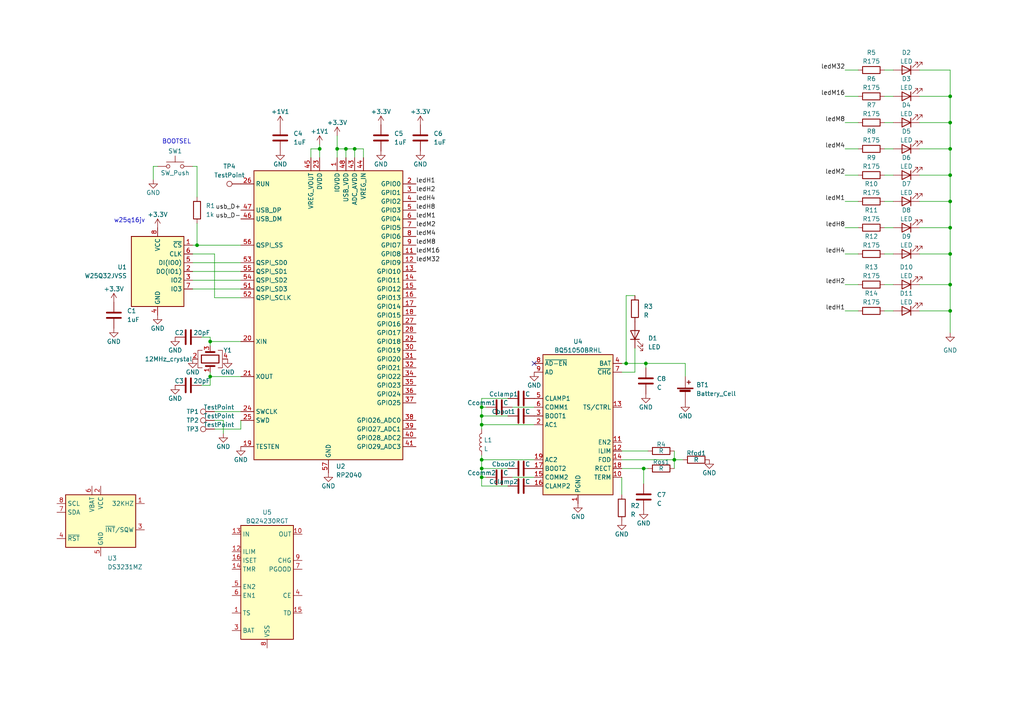
<source format=kicad_sch>
(kicad_sch (version 20230121) (generator eeschema)
  (paper "A4")
  (lib_symbols
    (symbol "Battery_Management:BQ51050BRHL"
      (property "Reference" "U" (at -8.89 21.59 0))
      (property "Value" "BQ51050BRHL" (at 7.62 21.59 0))
      (symbol "BQ51050BRHL_0_1"
        (rectangle (start -10.16 -20.32) (end 10.16 20.32) (stroke (width 0.254)) (fill (type background)))
      )
      (symbol "BQ51050BRHL_1_1"
        (pin power_in line (at 0 -22.86 90) (length 2.54) (name "PGND") (number "1"))
        (pin input line (at 12.7 -15.24 180) (length 2.54) (name "TERM") (number "10"))
        (pin input line (at 12.7 -5.08 180) (length 2.54) (name "EN2") (number "11"))
        (pin passive line (at 12.7 -7.62 180) (length 2.54) (name "ILIM") (number "12"))
        (pin input line (at 12.7 5.08 180) (length 2.54) (name "TS/CTRL") (number "13"))
        (pin input line (at 12.7 -10.16 180) (length 2.54) (name "FOD") (number "14"))
        (pin open_collector line (at -12.7 -15.24 0) (length 2.54) (name "COMM2") (number "15"))
        (pin open_collector line (at -12.7 -17.78 0) (length 2.54) (name "CLAMP2") (number "16"))
        (pin passive line (at -12.7 -12.7 0) (length 2.54) (name "BOOT2") (number "17"))
        (pin passive line (at 12.7 -12.7 180) (length 2.54) (name "RECT") (number "18"))
        (pin input line (at -12.7 -10.16 0) (length 2.54) (name "AC2") (number "19"))
        (pin input line (at -12.7 0 0) (length 2.54) (name "AC1") (number "2"))
        (pin passive line (at 0 -22.86 90) (length 2.54) hide (name "PGND") (number "20"))
        (pin passive line (at 0 -22.86 90) (length 2.54) hide (name "PGND") (number "21"))
        (pin passive line (at -12.7 2.54 0) (length 2.54) (name "BOOT1") (number "3"))
        (pin power_out line (at 12.7 17.78 180) (length 2.54) (name "BAT") (number "4"))
        (pin open_collector line (at -12.7 7.62 0) (length 2.54) (name "CLAMP1") (number "5"))
        (pin open_collector line (at -12.7 5.08 0) (length 2.54) (name "COMM1") (number "6"))
        (pin open_collector line (at 12.7 15.24 180) (length 2.54) (name "~{CHG}") (number "7"))
        (pin output line (at -12.7 17.78 0) (length 2.54) (name "~{AD-EN}") (number "8"))
        (pin input line (at -12.7 15.24 0) (length 2.54) (name "AD") (number "9"))
      )
    )
    (symbol "Connector:TestPoint" (pin_numbers hide) (pin_names (offset 0.762) hide)
      (property "Reference" "TP" (at 0 6.858 0))
      (property "Value" "TestPoint" (at 0 5.08 0))
      (symbol "TestPoint_0_1"
        (circle (center 0 3.302) (radius 0.762))
      )
      (symbol "TestPoint_1_1"
        (pin passive line (at 0 0 90) (length 2.54) (name "1") (number "1"))
      )
    )
    (symbol "Device:Battery_Cell" (pin_numbers hide) (pin_names (offset 0) hide)
      (property "Reference" "BT" (at 2.54 2.54 0))
      (property "Value" "Battery_Cell" (at 2.54 0 0))
      (symbol "Battery_Cell_0_1"
        (rectangle (start -2.286 1.778) (end 2.286 1.524) (fill (type outline)))
        (rectangle (start -1.5748 1.1938) (end 1.4732 0.6858) (fill (type outline)))
        (polyline (pts (xy 0 0.762) (xy 0 0)))
        (polyline (pts (xy 0 1.778) (xy 0 2.54)))
        (polyline (pts (xy 0.508 3.429) (xy 1.524 3.429)) (stroke (width 0.254)))
        (polyline (pts (xy 1.016 3.937) (xy 1.016 2.921)) (stroke (width 0.254)))
      )
      (symbol "Battery_Cell_1_1"
        (pin passive line (at 0 5.08 270) (length 2.54) (name "+") (number "1"))
        (pin passive line (at 0 -2.54 90) (length 2.54) (name "-") (number "2"))
      )
    )
    (symbol "Device:C" (pin_numbers hide) (pin_names (offset 0.254))
      (property "Reference" "C" (at 0.635 2.54 0))
      (property "Value" "C" (at 0.635 -2.54 0))
      (symbol "C_0_1"
        (polyline (pts (xy -2.032 -0.762) (xy 2.032 -0.762)) (stroke (width 0.508)))
        (polyline (pts (xy -2.032 0.762) (xy 2.032 0.762)) (stroke (width 0.508)))
      )
      (symbol "C_1_1"
        (pin passive line (at 0 3.81 270) (length 2.794) (name "~") (number "1"))
        (pin passive line (at 0 -3.81 90) (length 2.794) (name "~") (number "2"))
      )
    )
    (symbol "Device:Crystal_GND24" (pin_names (offset 1.016) hide)
      (property "Reference" "Y" (at 3.175 5.08 0))
      (property "Value" "Crystal_GND24" (at 3.175 3.175 0))
      (symbol "Crystal_GND24_0_1"
        (rectangle (start -1.143 2.54) (end 1.143 -2.54) (stroke (width 0.3048)))
        (polyline (pts (xy -2.54 0) (xy -2.032 0)))
        (polyline (pts (xy -2.032 -1.27) (xy -2.032 1.27)) (stroke (width 0.508)))
        (polyline (pts (xy 0 -3.81) (xy 0 -3.556)))
        (polyline (pts (xy 0 3.556) (xy 0 3.81)))
        (polyline (pts (xy 2.032 -1.27) (xy 2.032 1.27)) (stroke (width 0.508)))
        (polyline (pts (xy 2.032 0) (xy 2.54 0)))
        (polyline (pts (xy -2.54 -2.286) (xy -2.54 -3.556) (xy 2.54 -3.556) (xy 2.54 -2.286)))
        (polyline (pts (xy -2.54 2.286) (xy -2.54 3.556) (xy 2.54 3.556) (xy 2.54 2.286)))
      )
      (symbol "Crystal_GND24_1_1"
        (pin passive line (at -3.81 0 0) (length 1.27) (name "1") (number "1"))
        (pin passive line (at 0 5.08 270) (length 1.27) (name "2") (number "2"))
        (pin passive line (at 3.81 0 180) (length 1.27) (name "3") (number "3"))
        (pin passive line (at 0 -5.08 90) (length 1.27) (name "4") (number "4"))
      )
    )
    (symbol "Device:L" (pin_numbers hide) (pin_names (offset 1.016) hide)
      (property "Reference" "L" (at -1.27 0 90))
      (property "Value" "L" (at 1.905 0 90))
      (symbol "L_0_1"
        (arc (start 0 -2.54) (mid 0.6323 -1.905) (end 0 -1.27))
        (arc (start 0 -1.27) (mid 0.6323 -0.635) (end 0 0))
        (arc (start 0 0) (mid 0.6323 0.635) (end 0 1.27))
        (arc (start 0 1.27) (mid 0.6323 1.905) (end 0 2.54))
      )
      (symbol "L_1_1"
        (pin passive line (at 0 3.81 270) (length 1.27) (name "1") (number "1"))
        (pin passive line (at 0 -3.81 90) (length 1.27) (name "2") (number "2"))
      )
    )
    (symbol "Device:LED" (pin_numbers hide) (pin_names (offset 1.016) hide)
      (property "Reference" "D" (at 0 2.54 0))
      (property "Value" "LED" (at 0 -2.54 0))
      (symbol "LED_0_1"
        (polyline (pts (xy -1.27 -1.27) (xy -1.27 1.27)) (stroke (width 0.254)))
        (polyline (pts (xy -1.27 0) (xy 1.27 0)))
        (polyline (pts (xy 1.27 -1.27) (xy 1.27 1.27) (xy -1.27 0) (xy 1.27 -1.27)) (stroke (width 0.254)))
        (polyline (pts (xy -3.048 -0.762) (xy -4.572 -2.286) (xy -3.81 -2.286) (xy -4.572 -2.286) (xy -4.572 -1.524)))
        (polyline (pts (xy -1.778 -0.762) (xy -3.302 -2.286) (xy -2.54 -2.286) (xy -3.302 -2.286) (xy -3.302 -1.524)))
      )
      (symbol "LED_1_1"
        (pin passive line (at -3.81 0 0) (length 2.54) (name "K") (number "1"))
        (pin passive line (at 3.81 0 180) (length 2.54) (name "A") (number "2"))
      )
    )
    (symbol "Device:R" (pin_numbers hide) (pin_names (offset 0))
      (property "Reference" "R" (at 2.032 0 90))
      (property "Value" "R" (at 0 0 90))
      (symbol "R_0_1"
        (rectangle (start -1.016 -2.54) (end 1.016 2.54) (stroke (width 0.254)))
      )
      (symbol "R_1_1"
        (pin passive line (at 0 3.81 270) (length 1.27) (name "~") (number "1"))
        (pin passive line (at 0 -3.81 90) (length 1.27) (name "~") (number "2"))
      )
    )
    (symbol "MCU_RaspberryPi:RP2040"
      (property "Reference" "U" (at 17.78 45.72 0))
      (property "Value" "RP2040" (at 17.78 43.18 0))
      (symbol "RP2040_0_1"
        (rectangle (start -21.59 41.91) (end 21.59 -41.91) (stroke (width 0.254)) (fill (type background)))
      )
      (symbol "RP2040_1_1"
        (pin power_in line (at 2.54 45.72 270) (length 3.81) (name "IOVDD") (number "1"))
        (pin passive line (at 2.54 45.72 270) (length 3.81) hide (name "IOVDD") (number "10"))
        (pin bidirectional line (at 25.4 17.78 180) (length 3.81) (name "GPIO8") (number "11"))
        (pin bidirectional line (at 25.4 15.24 180) (length 3.81) (name "GPIO9") (number "12"))
        (pin bidirectional line (at 25.4 12.7 180) (length 3.81) (name "GPIO10") (number "13"))
        (pin bidirectional line (at 25.4 10.16 180) (length 3.81) (name "GPIO11") (number "14"))
        (pin bidirectional line (at 25.4 7.62 180) (length 3.81) (name "GPIO12") (number "15"))
        (pin bidirectional line (at 25.4 5.08 180) (length 3.81) (name "GPIO13") (number "16"))
        (pin bidirectional line (at 25.4 2.54 180) (length 3.81) (name "GPIO14") (number "17"))
        (pin bidirectional line (at 25.4 0 180) (length 3.81) (name "GPIO15") (number "18"))
        (pin input line (at -25.4 -38.1 0) (length 3.81) (name "TESTEN") (number "19"))
        (pin bidirectional line (at 25.4 38.1 180) (length 3.81) (name "GPIO0") (number "2"))
        (pin input line (at -25.4 -7.62 0) (length 3.81) (name "XIN") (number "20"))
        (pin passive line (at -25.4 -17.78 0) (length 3.81) (name "XOUT") (number "21"))
        (pin passive line (at 2.54 45.72 270) (length 3.81) hide (name "IOVDD") (number "22"))
        (pin power_in line (at -2.54 45.72 270) (length 3.81) (name "DVDD") (number "23"))
        (pin input line (at -25.4 -27.94 0) (length 3.81) (name "SWCLK") (number "24"))
        (pin bidirectional line (at -25.4 -30.48 0) (length 3.81) (name "SWD") (number "25"))
        (pin input line (at -25.4 38.1 0) (length 3.81) (name "RUN") (number "26"))
        (pin bidirectional line (at 25.4 -2.54 180) (length 3.81) (name "GPIO16") (number "27"))
        (pin bidirectional line (at 25.4 -5.08 180) (length 3.81) (name "GPIO17") (number "28"))
        (pin bidirectional line (at 25.4 -7.62 180) (length 3.81) (name "GPIO18") (number "29"))
        (pin bidirectional line (at 25.4 35.56 180) (length 3.81) (name "GPIO1") (number "3"))
        (pin bidirectional line (at 25.4 -10.16 180) (length 3.81) (name "GPIO19") (number "30"))
        (pin bidirectional line (at 25.4 -12.7 180) (length 3.81) (name "GPIO20") (number "31"))
        (pin bidirectional line (at 25.4 -15.24 180) (length 3.81) (name "GPIO21") (number "32"))
        (pin passive line (at 2.54 45.72 270) (length 3.81) hide (name "IOVDD") (number "33"))
        (pin bidirectional line (at 25.4 -17.78 180) (length 3.81) (name "GPIO22") (number "34"))
        (pin bidirectional line (at 25.4 -20.32 180) (length 3.81) (name "GPIO23") (number "35"))
        (pin bidirectional line (at 25.4 -22.86 180) (length 3.81) (name "GPIO24") (number "36"))
        (pin bidirectional line (at 25.4 -25.4 180) (length 3.81) (name "GPIO25") (number "37"))
        (pin bidirectional line (at 25.4 -30.48 180) (length 3.81) (name "GPIO26_ADC0") (number "38"))
        (pin bidirectional line (at 25.4 -33.02 180) (length 3.81) (name "GPIO27_ADC1") (number "39"))
        (pin bidirectional line (at 25.4 33.02 180) (length 3.81) (name "GPIO2") (number "4"))
        (pin bidirectional line (at 25.4 -35.56 180) (length 3.81) (name "GPIO28_ADC2") (number "40"))
        (pin bidirectional line (at 25.4 -38.1 180) (length 3.81) (name "GPIO29_ADC3") (number "41"))
        (pin passive line (at 2.54 45.72 270) (length 3.81) hide (name "IOVDD") (number "42"))
        (pin power_in line (at 7.62 45.72 270) (length 3.81) (name "ADC_AVDD") (number "43"))
        (pin power_in line (at 10.16 45.72 270) (length 3.81) (name "VREG_IN") (number "44"))
        (pin power_out line (at -5.08 45.72 270) (length 3.81) (name "VREG_VOUT") (number "45"))
        (pin bidirectional line (at -25.4 27.94 0) (length 3.81) (name "USB_DM") (number "46"))
        (pin bidirectional line (at -25.4 30.48 0) (length 3.81) (name "USB_DP") (number "47"))
        (pin power_in line (at 5.08 45.72 270) (length 3.81) (name "USB_VDD") (number "48"))
        (pin passive line (at 2.54 45.72 270) (length 3.81) hide (name "IOVDD") (number "49"))
        (pin bidirectional line (at 25.4 30.48 180) (length 3.81) (name "GPIO3") (number "5"))
        (pin passive line (at -2.54 45.72 270) (length 3.81) hide (name "DVDD") (number "50"))
        (pin bidirectional line (at -25.4 7.62 0) (length 3.81) (name "QSPI_SD3") (number "51"))
        (pin output line (at -25.4 5.08 0) (length 3.81) (name "QSPI_SCLK") (number "52"))
        (pin bidirectional line (at -25.4 15.24 0) (length 3.81) (name "QSPI_SD0") (number "53"))
        (pin bidirectional line (at -25.4 10.16 0) (length 3.81) (name "QSPI_SD2") (number "54"))
        (pin bidirectional line (at -25.4 12.7 0) (length 3.81) (name "QSPI_SD1") (number "55"))
        (pin bidirectional line (at -25.4 20.32 0) (length 3.81) (name "QSPI_SS") (number "56"))
        (pin power_in line (at 0 -45.72 90) (length 3.81) (name "GND") (number "57"))
        (pin bidirectional line (at 25.4 27.94 180) (length 3.81) (name "GPIO4") (number "6"))
        (pin bidirectional line (at 25.4 25.4 180) (length 3.81) (name "GPIO5") (number "7"))
        (pin bidirectional line (at 25.4 22.86 180) (length 3.81) (name "GPIO6") (number "8"))
        (pin bidirectional line (at 25.4 20.32 180) (length 3.81) (name "GPIO7") (number "9"))
      )
    )
    (symbol "Memory_Flash:W25Q32JVSS"
      (property "Reference" "U" (at -6.35 11.43 0))
      (property "Value" "W25Q32JVSS" (at 7.62 11.43 0))
      (symbol "W25Q32JVSS_0_1"
        (rectangle (start -7.62 10.16) (end 7.62 -10.16) (stroke (width 0.254)) (fill (type background)))
      )
      (symbol "W25Q32JVSS_1_1"
        (pin input line (at -10.16 7.62 0) (length 2.54) (name "~{CS}") (number "1"))
        (pin bidirectional line (at -10.16 0 0) (length 2.54) (name "DO(IO1)") (number "2"))
        (pin bidirectional line (at -10.16 -2.54 0) (length 2.54) (name "IO2") (number "3"))
        (pin power_in line (at 0 -12.7 90) (length 2.54) (name "GND") (number "4"))
        (pin bidirectional line (at -10.16 2.54 0) (length 2.54) (name "DI(IO0)") (number "5"))
        (pin input line (at -10.16 5.08 0) (length 2.54) (name "CLK") (number "6"))
        (pin bidirectional line (at -10.16 -5.08 0) (length 2.54) (name "IO3") (number "7"))
        (pin power_in line (at 0 12.7 270) (length 2.54) (name "VCC") (number "8"))
      )
    )
    (symbol "Power_Management:BQ24230RGT"
      (property "Reference" "U" (at -8.89 19.05 0))
      (property "Value" "BQ24230RGT" (at 5.08 19.05 0))
      (symbol "BQ24230RGT_0_1"
        (rectangle (start -7.62 17.78) (end 7.62 -15.24) (stroke (width 0.254)) (fill (type background)))
      )
      (symbol "BQ24230RGT_1_1"
        (pin passive line (at -10.16 -7.62 0) (length 2.54) (name "TS") (number "1"))
        (pin power_out line (at 10.16 15.24 180) (length 2.54) (name "OUT") (number "10"))
        (pin passive line (at 10.16 15.24 180) (length 2.54) hide (name "OUT") (number "11"))
        (pin passive line (at -10.16 10.16 0) (length 2.54) (name "ILIM") (number "12"))
        (pin power_in line (at -10.16 15.24 0) (length 2.54) (name "IN") (number "13"))
        (pin passive line (at -10.16 5.08 0) (length 2.54) (name "TMR") (number "14"))
        (pin input line (at 10.16 -7.62 180) (length 2.54) (name "TD") (number "15"))
        (pin passive line (at -10.16 7.62 0) (length 2.54) (name "ISET") (number "16"))
        (pin passive line (at 0 -17.78 90) (length 2.54) hide (name "VSS") (number "17"))
        (pin bidirectional line (at -10.16 -12.7 0) (length 2.54) hide (name "BAT") (number "2"))
        (pin bidirectional line (at -10.16 -12.7 0) (length 2.54) (name "BAT") (number "3"))
        (pin input line (at 10.16 -2.54 180) (length 2.54) (name "CE") (number "4"))
        (pin input line (at -10.16 0 0) (length 2.54) (name "EN2") (number "5"))
        (pin input line (at -10.16 -2.54 0) (length 2.54) (name "EN1") (number "6"))
        (pin open_collector line (at 10.16 5.08 180) (length 2.54) (name "PGOOD") (number "7"))
        (pin power_in line (at 0 -17.78 90) (length 2.54) (name "VSS") (number "8"))
        (pin open_collector line (at 10.16 7.62 180) (length 2.54) (name "CHG") (number "9"))
      )
    )
    (symbol "Switch:SW_Push" (pin_numbers hide) (pin_names (offset 1.016) hide)
      (property "Reference" "SW" (at 1.27 2.54 0))
      (property "Value" "SW_Push" (at 0 -1.524 0))
      (symbol "SW_Push_0_1"
        (circle (center -2.032 0) (radius 0.508))
        (polyline (pts (xy 0 1.27) (xy 0 3.048)))
        (polyline (pts (xy 2.54 1.27) (xy -2.54 1.27)))
        (circle (center 2.032 0) (radius 0.508))
        (pin passive line (at -5.08 0 0) (length 2.54) (name "1") (number "1"))
        (pin passive line (at 5.08 0 180) (length 2.54) (name "2") (number "2"))
      )
    )
    (symbol "Timer_RTC:DS3231MZ"
      (property "Reference" "U" (at -7.62 8.89 0))
      (property "Value" "DS3231MZ" (at 11.43 8.89 0))
      (symbol "DS3231MZ_0_1"
        (rectangle (start -10.16 7.62) (end 10.16 -7.62) (stroke (width 0.254)) (fill (type background)))
      )
      (symbol "DS3231MZ_1_1"
        (pin open_collector line (at 12.7 5.08 180) (length 2.54) (name "32KHZ") (number "1"))
        (pin power_in line (at 0 10.16 270) (length 2.54) (name "VCC") (number "2"))
        (pin open_collector line (at 12.7 -2.54 180) (length 2.54) (name "~{INT}/SQW") (number "3"))
        (pin bidirectional line (at -12.7 -5.08 0) (length 2.54) (name "~{RST}") (number "4"))
        (pin power_in line (at 0 -10.16 90) (length 2.54) (name "GND") (number "5"))
        (pin power_in line (at -2.54 10.16 270) (length 2.54) (name "VBAT") (number "6"))
        (pin bidirectional line (at -12.7 2.54 0) (length 2.54) (name "SDA") (number "7"))
        (pin input line (at -12.7 5.08 0) (length 2.54) (name "SCL") (number "8"))
      )
    )
    (symbol "power:+1V1" (power) (pin_names (offset 0))
      (property "Value" "+1V1" (at 0 3.556 0))
      (symbol "+1V1_0_1"
        (polyline (pts (xy -0.762 1.27) (xy 0 2.54)))
        (polyline (pts (xy 0 0) (xy 0 2.54)))
        (polyline (pts (xy 0 2.54) (xy 0.762 1.27)))
      )
      (symbol "+1V1_1_1"
        (pin power_in line (at 0 0 90) (length 0) hide (name "+1V1") (number "1"))
      )
    )
    (symbol "power:+3.3V" (power) (pin_names (offset 0))
      (property "Value" "+3.3V" (at 0 3.556 0))
      (symbol "+3.3V_0_1"
        (polyline (pts (xy -0.762 1.27) (xy 0 2.54)))
        (polyline (pts (xy 0 0) (xy 0 2.54)))
        (polyline (pts (xy 0 2.54) (xy 0.762 1.27)))
      )
      (symbol "+3.3V_1_1"
        (pin power_in line (at 0 0 90) (length 0) hide (name "+3.3V") (number "1"))
      )
    )
    (symbol "power:GND" (power) (pin_names (offset 0))
      (property "Value" "GND" (at 0 -3.81 0))
      (symbol "GND_0_1"
        (polyline (pts (xy 0 0) (xy 0 -1.27) (xy 1.27 -1.27) (xy 0 -2.54) (xy -1.27 -1.27) (xy 0 -1.27)))
      )
      (symbol "GND_1_1"
        (pin power_in line (at 0 0 270) (length 0) hide (name "GND") (number "1"))
      )
    )
  )
  (junction (at 275.59 58.42))
  (junction (at 97.79 43.18))
  (junction (at 275.59 50.8))
  (junction (at 139.7 118.11))
  (junction (at 139.7 135.89))
  (junction (at 60.96 99.06))
  (junction (at 139.7 123.19))
  (junction (at 60.96 109.22))
  (junction (at 102.87 43.18))
  (junction (at 139.7 120.65))
  (junction (at 187.325 105.41))
  (junction (at 139.7 138.43))
  (junction (at 275.59 82.55))
  (junction (at 275.59 35.56))
  (junction (at 275.59 90.17))
  (junction (at 275.59 73.66))
  (junction (at 275.59 27.94))
  (junction (at 195.58 133.35))
  (junction (at 186.69 135.89))
  (junction (at 92.71 43.18))
  (junction (at 57.15 71.12))
  (junction (at 275.59 66.04))
  (junction (at 275.59 43.18))
  (junction (at 181.61 105.41))
  (junction (at 100.33 43.18))
  (junction (at 139.7 133.35))
  (no_connect (at 154.94 105.41))
  (wire (pts (xy 139.7 115.57) (xy 139.7 118.11)))
  (wire (pts (xy 60.96 111.76) (xy 60.96 109.22)))
  (wire (pts (xy 57.15 71.12) (xy 69.85 71.12)))
  (wire (pts (xy 245.11 20.32) (xy 248.92 20.32)))
  (wire (pts (xy 55.88 73.66) (xy 62.23 73.66)))
  (wire (pts (xy 180.34 138.43) (xy 180.34 143.51)))
  (wire (pts (xy 266.7 66.04) (xy 275.59 66.04)))
  (wire (pts (xy 148.59 138.43) (xy 154.94 138.43)))
  (wire (pts (xy 256.54 43.18) (xy 259.08 43.18)))
  (wire (pts (xy 44.45 48.26) (xy 44.45 52.07)))
  (wire (pts (xy 275.59 35.56) (xy 275.59 43.18)))
  (wire (pts (xy 69.85 121.92) (xy 69.85 124.46)))
  (wire (pts (xy 55.88 71.12) (xy 57.15 71.12)))
  (wire (pts (xy 45.72 48.26) (xy 44.45 48.26)))
  (wire (pts (xy 245.11 90.17) (xy 248.92 90.17)))
  (wire (pts (xy 180.34 135.89) (xy 186.69 135.89)))
  (wire (pts (xy 97.79 39.37) (xy 97.79 43.18)))
  (wire (pts (xy 62.23 119.38) (xy 69.85 119.38)))
  (wire (pts (xy 57.15 48.26) (xy 57.15 57.15)))
  (wire (pts (xy 275.59 66.04) (xy 275.59 73.66)))
  (wire (pts (xy 60.96 109.22) (xy 60.96 107.95)))
  (wire (pts (xy 139.7 135.89) (xy 139.7 133.35)))
  (wire (pts (xy 102.87 43.18) (xy 102.87 45.72)))
  (wire (pts (xy 97.79 43.18) (xy 97.79 45.72)))
  (wire (pts (xy 275.59 90.17) (xy 275.59 96.52)))
  (wire (pts (xy 181.61 85.725) (xy 181.61 105.41)))
  (wire (pts (xy 90.17 43.18) (xy 92.71 43.18)))
  (wire (pts (xy 245.11 50.8) (xy 248.92 50.8)))
  (wire (pts (xy 55.88 76.2) (xy 69.85 76.2)))
  (wire (pts (xy 62.23 124.46) (xy 69.85 124.46)))
  (wire (pts (xy 256.54 58.42) (xy 259.08 58.42)))
  (wire (pts (xy 147.32 120.65) (xy 139.7 120.65)))
  (wire (pts (xy 184.15 85.725) (xy 181.61 85.725)))
  (wire (pts (xy 266.7 50.8) (xy 275.59 50.8)))
  (wire (pts (xy 245.11 27.94) (xy 248.92 27.94)))
  (wire (pts (xy 105.41 45.72) (xy 105.41 43.18)))
  (wire (pts (xy 139.7 135.89) (xy 147.32 135.89)))
  (wire (pts (xy 100.33 45.72) (xy 100.33 43.18)))
  (wire (pts (xy 100.33 43.18) (xy 97.79 43.18)))
  (wire (pts (xy 256.54 73.66) (xy 259.08 73.66)))
  (wire (pts (xy 275.59 50.8) (xy 275.59 58.42)))
  (wire (pts (xy 139.7 123.19) (xy 154.94 123.19)))
  (wire (pts (xy 139.7 124.46) (xy 139.7 123.19)))
  (wire (pts (xy 266.7 73.66) (xy 275.59 73.66)))
  (wire (pts (xy 139.7 138.43) (xy 139.7 135.89)))
  (wire (pts (xy 195.58 133.35) (xy 195.58 130.81)))
  (wire (pts (xy 55.88 78.74) (xy 69.85 78.74)))
  (wire (pts (xy 275.59 27.94) (xy 275.59 35.56)))
  (wire (pts (xy 105.41 43.18) (xy 102.87 43.18)))
  (wire (pts (xy 64.77 121.92) (xy 64.77 125.73)))
  (wire (pts (xy 245.11 43.18) (xy 248.92 43.18)))
  (wire (pts (xy 69.85 86.36) (xy 62.23 86.36)))
  (wire (pts (xy 266.7 20.32) (xy 275.59 20.32)))
  (wire (pts (xy 55.88 83.82) (xy 69.85 83.82)))
  (wire (pts (xy 256.54 50.8) (xy 259.08 50.8)))
  (wire (pts (xy 60.96 97.79) (xy 60.96 99.06)))
  (wire (pts (xy 55.88 48.26) (xy 57.15 48.26)))
  (wire (pts (xy 147.32 140.97) (xy 139.7 140.97)))
  (wire (pts (xy 245.11 82.55) (xy 248.92 82.55)))
  (wire (pts (xy 275.59 43.18) (xy 275.59 50.8)))
  (wire (pts (xy 180.34 130.81) (xy 187.96 130.81)))
  (wire (pts (xy 256.54 35.56) (xy 259.08 35.56)))
  (wire (pts (xy 245.11 35.56) (xy 248.92 35.56)))
  (wire (pts (xy 139.7 133.35) (xy 154.94 133.35)))
  (wire (pts (xy 187.325 105.41) (xy 198.755 105.41)))
  (wire (pts (xy 139.7 140.97) (xy 139.7 138.43)))
  (wire (pts (xy 198.12 133.35) (xy 195.58 133.35)))
  (wire (pts (xy 186.69 135.89) (xy 187.96 135.89)))
  (wire (pts (xy 256.54 66.04) (xy 259.08 66.04)))
  (wire (pts (xy 58.42 97.79) (xy 60.96 97.79)))
  (wire (pts (xy 186.69 135.89) (xy 186.69 140.335)))
  (wire (pts (xy 266.7 27.94) (xy 275.59 27.94)))
  (wire (pts (xy 147.32 115.57) (xy 139.7 115.57)))
  (wire (pts (xy 266.7 82.55) (xy 275.59 82.55)))
  (wire (pts (xy 275.59 73.66) (xy 275.59 82.55)))
  (wire (pts (xy 245.11 66.04) (xy 248.92 66.04)))
  (wire (pts (xy 275.59 82.55) (xy 275.59 90.17)))
  (wire (pts (xy 140.97 138.43) (xy 139.7 138.43)))
  (wire (pts (xy 181.61 105.41) (xy 187.325 105.41)))
  (wire (pts (xy 139.7 118.11) (xy 140.97 118.11)))
  (wire (pts (xy 184.15 107.95) (xy 184.15 100.965)))
  (wire (pts (xy 180.34 105.41) (xy 181.61 105.41)))
  (wire (pts (xy 139.7 118.11) (xy 139.7 120.65)))
  (wire (pts (xy 275.59 20.32) (xy 275.59 27.94)))
  (wire (pts (xy 266.7 43.18) (xy 275.59 43.18)))
  (wire (pts (xy 62.23 86.36) (xy 62.23 73.66)))
  (wire (pts (xy 92.71 43.18) (xy 92.71 45.72)))
  (wire (pts (xy 256.54 82.55) (xy 259.08 82.55)))
  (wire (pts (xy 90.17 45.72) (xy 90.17 43.18)))
  (wire (pts (xy 180.34 133.35) (xy 195.58 133.35)))
  (wire (pts (xy 256.54 20.32) (xy 259.08 20.32)))
  (wire (pts (xy 57.15 64.77) (xy 57.15 71.12)))
  (wire (pts (xy 139.7 132.08) (xy 139.7 133.35)))
  (wire (pts (xy 69.85 109.22) (xy 60.96 109.22)))
  (wire (pts (xy 256.54 27.94) (xy 259.08 27.94)))
  (wire (pts (xy 245.11 73.66) (xy 248.92 73.66)))
  (wire (pts (xy 92.71 41.91) (xy 92.71 43.18)))
  (wire (pts (xy 60.96 99.06) (xy 60.96 100.33)))
  (wire (pts (xy 102.87 43.18) (xy 100.33 43.18)))
  (wire (pts (xy 266.7 35.56) (xy 275.59 35.56)))
  (wire (pts (xy 58.42 111.76) (xy 60.96 111.76)))
  (wire (pts (xy 198.755 105.41) (xy 198.755 109.22)))
  (wire (pts (xy 55.88 81.28) (xy 69.85 81.28)))
  (wire (pts (xy 195.58 133.35) (xy 195.58 135.89)))
  (wire (pts (xy 69.85 99.06) (xy 60.96 99.06)))
  (wire (pts (xy 148.59 118.11) (xy 154.94 118.11)))
  (wire (pts (xy 256.54 90.17) (xy 259.08 90.17)))
  (wire (pts (xy 187.325 105.41) (xy 187.325 106.68)))
  (wire (pts (xy 266.7 90.17) (xy 275.59 90.17)))
  (wire (pts (xy 266.7 58.42) (xy 275.59 58.42)))
  (wire (pts (xy 245.11 58.42) (xy 248.92 58.42)))
  (wire (pts (xy 139.7 120.65) (xy 139.7 123.19)))
  (wire (pts (xy 62.23 121.92) (xy 64.77 121.92)))
  (wire (pts (xy 180.34 107.95) (xy 184.15 107.95)))
  (wire (pts (xy 275.59 58.42) (xy 275.59 66.04)))
  (text "BOOTSEL" (at 46.99 41.91 0) (effects (font (size 1.27 1.27)) (justify left bottom)))
  (text "w25q16jv" (at 33.02 64.77 0) (effects (font (size 1.27 1.27)) (justify left bottom)))
  (label "ledM32" (at 245.11 20.32 180))
  (label "ledM16" (at 120.65 73.66 0))
  (label "ledM2" (at 245.11 50.8 180))
  (label "ledM8" (at 120.65 71.12 0))
  (label "ledM16" (at 245.11 27.94 180))
  (label "ledH8" (at 120.65 60.96 0))
  (label "ledM1" (at 120.65 63.5 0))
  (label "ledH8" (at 245.11 66.04 180))
  (label "usb_D-" (at 69.85 63.5 180) (property "Netclass" "usb" (effects hide)))
  (label "ledM1" (at 245.11 58.42 180))
  (label "ledH4" (at 245.11 73.66 180))
  (label "ledM4" (at 245.11 43.18 180))
  (label "ledM32" (at 120.65 76.2 0))
  (label "ledM4" (at 120.65 68.58 0))
  (label "ledH2" (at 120.65 55.88 0))
  (label "ledM2" (at 120.65 66.04 0))
  (label "ledH4" (at 120.65 58.42 0))
  (label "usb_D+" (at 69.85 60.96 180) (property "Netclass" "usb" (effects hide)))
  (label "ledH1" (at 120.65 53.34 0))
  (label "ledM8" (at 245.11 35.56 180))
  (label "ledH1" (at 245.11 90.17 180))
  (label "ledH2" (at 245.11 82.55 180))
  (symbol (lib_id "Device:C") (at 54.61 97.79 90) (unit 1)
    (property "Reference" "C2" (at 53.34 96.52 90) (effects (justify left)))
    (property "Value" "20pF" (at 60.96 96.52 90) (effects (justify left)))
    (property "Footprint" "Capacitor_SMD:C_0805_2012Metric" (effects hide))
  )
  (symbol (lib_id "power:GND") (at 69.85 129.54 0) (unit 1)
    (property "Reference" "#PWR011" (effects hide))
    (property "Value" "GND" (at 69.85 133.35 0))
  )
  (symbol (lib_id "power:GND") (at 205.74 133.35 0) (unit 1)
    (property "Reference" "#PWR027" (effects hide))
    (property "Value" "GND" (at 205.74 137.16 0))
  )
  (symbol (lib_id "Device:R") (at 252.73 20.32 90) (unit 1)
    (property "Reference" "R5" (at 252.73 15.24 90))
    (property "Value" "R175" (at 252.73 17.78 90))
    (property "Footprint" "Resistor_SMD:R_0201_0603Metric" (effects hide))
  )
  (symbol (lib_id "Device:LED") (at 262.89 66.04 180) (unit 1)
    (property "Reference" "D8" (at 262.89 60.96 0))
    (property "Value" "LED" (at 262.89 63.5 0))
    (property "Footprint" "LED_SMD:LED_0805_2012Metric" (effects hide))
  )
  (symbol (lib_id "Device:C") (at 33.02 91.44 0) (unit 1)
    (property "Reference" "C1" (at 36.83 90.17 0) (effects (justify left)))
    (property "Value" "1uF" (at 36.83 92.71 0) (effects (justify left)))
    (property "Footprint" "Capacitor_SMD:C_0805_2012Metric" (effects hide))
  )
  (symbol (lib_id "Device:C") (at 186.69 144.145 0) (unit 1)
    (property "Reference" "C7" (at 190.5 143.51 0) (effects (justify left)))
    (property "Value" "C" (at 190.5 146.05 0) (effects (justify left)))
  )
  (symbol (lib_id "power:+3.3V") (at 110.49 36.195 0) (unit 1)
    (property "Reference" "#PWR017" (effects hide))
    (property "Value" "+3.3V" (at 110.49 32.385 0))
  )
  (symbol (lib_id "Device:R") (at 201.93 133.35 90) (unit 1)
    (property "Reference" "Rfod1" (at 201.93 131.445 90))
    (property "Value" "R" (at 201.93 133.35 90))
  )
  (symbol (lib_id "Device:LED") (at 262.89 43.18 180) (unit 1)
    (property "Reference" "D5" (at 262.89 38.1 0))
    (property "Value" "LED" (at 262.89 40.64 0))
    (property "Footprint" "LED_SMD:LED_0805_2012Metric" (effects hide))
  )
  (symbol (lib_id "power:GND") (at 275.59 96.52 0) (unit 1)
    (property "Reference" "#PWR028" (effects hide))
    (property "Value" "GND" (at 275.59 101.6 0))
  )
  (symbol (lib_id "Device:LED") (at 262.89 73.66 180) (unit 1)
    (property "Reference" "D9" (at 262.89 68.58 0))
    (property "Value" "LED" (at 262.89 71.12 0))
    (property "Footprint" "LED_SMD:LED_0805_2012Metric" (effects hide))
  )
  (symbol (lib_id "Device:LED") (at 262.89 50.8 180) (unit 1)
    (property "Reference" "D6" (at 262.89 45.72 0))
    (property "Value" "LED" (at 262.89 48.26 0))
    (property "Footprint" "LED_SMD:LED_0805_2012Metric" (effects hide))
  )
  (symbol (lib_id "Connector:TestPoint") (at 62.23 121.92 90) (unit 1)
    (property "Reference" "TP2" (at 55.88 121.92 90))
    (property "Value" "TestPoint" (at 63.5 120.65 90))
    (property "Footprint" "TestPoint:TestPoint_Pad_D1.0mm" (effects hide))
  )
  (symbol (lib_id "power:+1V1") (at 81.28 36.195 0) (unit 1)
    (property "Reference" "#PWR012" (effects hide))
    (property "Value" "+1V1" (at 81.28 32.385 0))
  )
  (symbol (lib_id "Device:R") (at 57.15 60.96 0) (unit 1)
    (property "Reference" "R1" (at 59.69 59.69 0) (effects (justify left)))
    (property "Value" "1k" (at 59.69 62.23 0) (effects (justify left)))
    (property "Footprint" "Resistor_SMD:R_0603_1608Metric" (effects hide))
  )
  (symbol (lib_id "power:GND") (at 95.25 137.16 0) (unit 1)
    (property "Reference" "#PWR015" (effects hide))
    (property "Value" "GND" (at 95.25 140.97 0))
  )
  (symbol (lib_id "Device:R") (at 252.73 27.94 90) (unit 1)
    (property "Reference" "R6" (at 252.73 22.86 90))
    (property "Value" "R175" (at 252.73 25.4 90))
    (property "Footprint" "Resistor_SMD:R_0201_0603Metric" (effects hide))
  )
  (symbol (lib_id "Device:LED") (at 262.89 20.32 180) (unit 1)
    (property "Reference" "D2" (at 262.89 15.24 0))
    (property "Value" "LED" (at 262.89 17.78 0))
    (property "Footprint" "LED_SMD:LED_0805_2012Metric" (effects hide))
  )
  (symbol (lib_id "Device:LED") (at 262.89 27.94 180) (unit 1)
    (property "Reference" "D3" (at 262.89 22.86 0))
    (property "Value" "LED" (at 262.89 25.4 0))
    (property "Footprint" "LED_SMD:LED_0805_2012Metric" (effects hide))
  )
  (symbol (lib_id "Device:R") (at 252.73 82.55 90) (unit 1)
    (property "Reference" "R13" (at 252.73 77.47 90))
    (property "Value" "R175" (at 252.73 80.01 90))
    (property "Footprint" "Resistor_SMD:R_0201_0603Metric" (effects hide))
  )
  (symbol (lib_id "Device:R") (at 252.73 43.18 90) (unit 1)
    (property "Reference" "R8" (at 252.73 38.1 90))
    (property "Value" "R175" (at 252.73 40.64 90))
    (property "Footprint" "Resistor_SMD:R_0201_0603Metric" (effects hide))
  )
  (symbol (lib_id "Device:C") (at 151.13 140.97 90) (unit 1)
    (property "Reference" "Cclamp2" (at 146.05 139.7 90))
    (property "Value" "C" (at 153.035 139.7 90))
  )
  (symbol (lib_id "power:GND") (at 186.69 147.955 0) (unit 1)
    (property "Reference" "#PWR024" (effects hide))
    (property "Value" "GND" (at 186.69 151.765 0))
  )
  (symbol (lib_id "Device:LED") (at 262.89 82.55 180) (unit 1)
    (property "Reference" "D10" (at 262.89 77.47 0))
    (property "Value" "LED" (at 262.89 80.01 0))
    (property "Footprint" "LED_SMD:LED_0805_2012Metric" (effects hide))
  )
  (symbol (lib_id "Device:C") (at 151.13 135.89 90) (unit 1)
    (property "Reference" "Cboot2" (at 146.05 134.62 90))
    (property "Value" "C" (at 153.035 134.62 90))
  )
  (symbol (lib_id "Device:LED") (at 262.89 58.42 180) (unit 1)
    (property "Reference" "D7" (at 262.89 53.34 0))
    (property "Value" "LED" (at 262.89 55.88 0))
    (property "Footprint" "LED_SMD:LED_0805_2012Metric" (effects hide))
  )
  (symbol (lib_id "power:+1V1") (at 92.71 41.91 0) (unit 1)
    (property "Reference" "#PWR014" (effects hide))
    (property "Value" "+1V1" (at 92.71 38.1 0))
  )
  (symbol (lib_id "power:GND") (at 50.8 111.76 0) (unit 1)
    (property "Reference" "#PWR07" (effects hide))
    (property "Value" "GND" (at 50.8 115.57 0))
  )
  (symbol (lib_id "power:GND") (at 50.8 97.79 0) (unit 1)
    (property "Reference" "#PWR06" (effects hide))
    (property "Value" "GND" (at 50.8 101.6 0))
  )
  (symbol (lib_id "power:+3.3V") (at 33.02 87.63 0) (unit 1)
    (property "Reference" "#PWR01" (effects hide))
    (property "Value" "+3.3V" (at 33.02 83.82 0))
  )
  (symbol (lib_id "Device:C") (at 144.78 118.11 90) (unit 1)
    (property "Reference" "Ccomm1" (at 139.7 116.84 90))
    (property "Value" "C" (at 146.685 116.84 90))
  )
  (symbol (lib_id "power:GND") (at 167.64 146.05 0) (unit 1)
    (property "Reference" "#PWR022" (effects hide))
    (property "Value" "GND" (at 167.64 149.86 0))
  )
  (symbol (lib_id "Device:R") (at 252.73 73.66 90) (unit 1)
    (property "Reference" "R12" (at 252.73 68.58 90))
    (property "Value" "R175" (at 252.73 71.12 90))
    (property "Footprint" "Resistor_SMD:R_0201_0603Metric" (effects hide))
  )
  (symbol (lib_id "Device:C") (at 81.28 40.005 0) (unit 1)
    (property "Reference" "C4" (at 85.09 38.735 0) (effects (justify left)))
    (property "Value" "1uF" (at 85.09 41.275 0) (effects (justify left)))
    (property "Footprint" "Capacitor_SMD:C_0805_2012Metric" (effects hide))
  )
  (symbol (lib_id "power:GND") (at 81.28 43.815 0) (unit 1)
    (property "Reference" "#PWR013" (effects hide))
    (property "Value" "GND" (at 81.28 47.625 0))
  )
  (symbol (lib_id "Device:R") (at 252.73 58.42 90) (unit 1)
    (property "Reference" "R10" (at 252.73 53.34 90))
    (property "Value" "R175" (at 252.73 55.88 90))
    (property "Footprint" "Resistor_SMD:R_0201_0603Metric" (effects hide))
  )
  (symbol (lib_id "Device:R") (at 252.73 90.17 90) (unit 1)
    (property "Reference" "R14" (at 252.73 85.09 90))
    (property "Value" "R175" (at 252.73 87.63 90))
    (property "Footprint" "Resistor_SMD:R_0201_0603Metric" (effects hide))
  )
  (symbol (lib_id "Device:L") (at 139.7 128.27 180) (unit 1)
    (property "Reference" "L1" (at 140.335 127.635 0) (effects (justify right)))
    (property "Value" "L" (at 140.335 130.175 0) (effects (justify right)))
  )
  (symbol (lib_id "power:GND") (at 33.02 95.25 0) (unit 1)
    (property "Reference" "#PWR02" (effects hide))
    (property "Value" "GND" (at 33.02 99.06 0))
  )
  (symbol (lib_id "Connector:TestPoint") (at 62.23 124.46 90) (unit 1)
    (property "Reference" "TP3" (at 55.88 124.46 90))
    (property "Value" "TestPoint" (at 63.5 123.19 90))
    (property "Footprint" "TestPoint:TestPoint_Pad_D1.0mm" (effects hide))
  )
  (symbol (lib_id "Device:R") (at 191.77 130.81 90) (unit 1)
    (property "Reference" "R4" (at 191.77 128.905 90))
    (property "Value" "R" (at 191.77 130.81 90))
  )
  (symbol (lib_id "power:+3.3V") (at 121.92 36.195 0) (unit 1)
    (property "Reference" "#PWR019" (effects hide))
    (property "Value" "+3.3V" (at 121.92 32.385 0))
  )
  (symbol (lib_id "Device:LED") (at 262.89 35.56 180) (unit 1)
    (property "Reference" "D4" (at 262.89 30.48 0))
    (property "Value" "LED" (at 262.89 33.02 0))
    (property "Footprint" "LED_SMD:LED_0805_2012Metric" (effects hide))
  )
  (symbol (lib_id "MCU_RaspberryPi:RP2040") (at 95.25 91.44 0) (unit 1)
    (property "Reference" "U2" (at 97.4441 135.255 0) (effects (justify left)))
    (property "Value" "RP2040" (at 97.4441 137.795 0) (effects (justify left)))
    (property "Footprint" "Package_DFN_QFN:QFN-56-1EP_7x7mm_P0.4mm_EP3.2x3.2mm" (effects hide))
    (property "Datasheet" "https://datasheets.raspberrypi.com/rp2040/rp2040-datasheet.pdf" (effects hide))
  )
  (symbol (lib_id "power:GND") (at 121.92 43.815 0) (unit 1)
    (property "Reference" "#PWR020" (effects hide))
    (property "Value" "GND" (at 121.92 47.625 0))
  )
  (symbol (lib_id "power:GND") (at 180.34 151.13 0) (unit 1)
    (property "Reference" "#PWR023" (effects hide))
    (property "Value" "GND" (at 180.34 154.94 0))
  )
  (symbol (lib_id "power:GND") (at 198.755 116.84 0) (unit 1)
    (property "Reference" "#PWR026" (effects hide))
    (property "Value" "GND" (at 198.755 120.65 0))
  )
  (symbol (lib_id "Device:LED") (at 262.89 90.17 180) (unit 1)
    (property "Reference" "D11" (at 262.89 85.09 0))
    (property "Value" "LED" (at 262.89 87.63 0))
    (property "Footprint" "LED_SMD:LED_0805_2012Metric" (effects hide))
  )
  (symbol (lib_id "Connector:TestPoint") (at 69.85 53.34 90) (unit 1)
    (property "Reference" "TP4" (at 66.548 48.26 90))
    (property "Value" "TestPoint" (at 66.548 50.8 90))
    (property "Footprint" "TestPoint:TestPoint_Pad_D1.0mm" (effects hide))
  )
  (symbol (lib_id "power:+3.3V") (at 97.79 39.37 0) (unit 1)
    (property "Reference" "#PWR016" (effects hide))
    (property "Value" "+3.3V" (at 97.79 35.56 0))
  )
  (symbol (lib_id "Device:C") (at 144.78 138.43 90) (unit 1)
    (property "Reference" "Ccomm2" (at 139.7 137.16 90))
    (property "Value" "C" (at 146.685 137.16 90))
  )
  (symbol (lib_id "Device:R") (at 252.73 66.04 90) (unit 1)
    (property "Reference" "R11" (at 252.73 60.96 90))
    (property "Value" "R175" (at 252.73 63.5 90))
    (property "Footprint" "Resistor_SMD:R_0201_0603Metric" (effects hide))
  )
  (symbol (lib_id "Connector:TestPoint") (at 62.23 119.38 90) (unit 1)
    (property "Reference" "TP1" (at 55.88 119.38 90))
    (property "Value" "TestPoint" (at 63.5 118.11 90))
    (property "Footprint" "TestPoint:TestPoint_Pad_D1.0mm" (effects hide))
  )
  (symbol (lib_id "power:GND") (at 64.77 125.73 0) (unit 1)
    (property "Reference" "#PWR09" (effects hide))
    (property "Value" "GND" (at 64.77 129.54 0))
  )
  (symbol (lib_id "Device:R") (at 252.73 35.56 90) (unit 1)
    (property "Reference" "R7" (at 252.73 30.48 90))
    (property "Value" "R175" (at 252.73 33.02 90))
    (property "Footprint" "Resistor_SMD:R_0201_0603Metric" (effects hide))
  )
  (symbol (lib_id "Device:R") (at 180.34 147.32 0) (unit 1)
    (property "Reference" "R2" (at 182.88 146.685 0) (effects (justify left)))
    (property "Value" "R" (at 182.88 149.225 0) (effects (justify left)))
  )
  (symbol (lib_id "Device:C") (at 187.325 110.49 0) (unit 1)
    (property "Reference" "C8" (at 190.5 109.855 0) (effects (justify left)))
    (property "Value" "C" (at 190.5 112.395 0) (effects (justify left)))
  )
  (symbol (lib_id "Battery_Management:BQ51050BRHL") (at 167.64 123.19 0) (unit 1)
    (property "Reference" "U4" (at 167.64 99.06 0))
    (property "Value" "BQ51050BRHL" (at 167.64 101.6 0))
    (property "Footprint" "Package_DFN_QFN:Texas_VQFN-RHL-20" (effects hide))
    (property "Datasheet" "http://www.ti.com/lit/ds/symlink/bq51050b.pdf" (effects hide))
  )
  (symbol (lib_id "Memory_Flash:W25Q32JVSS") (at 45.72 78.74 0) (mirror y) (unit 1)
    (property "Reference" "U1" (at 36.83 77.47 0) (effects (justify left)))
    (property "Value" "W25Q32JVSS" (at 36.83 80.01 0) (effects (justify left)))
    (property "Footprint" "Package_SO:SOIC-8_3.9x4.9mm_P1.27mm" (effects hide))
    (property "Datasheet" "http://www.winbond.com/resource-files/w25q32jv%20revg%2003272018%20plus.pdf" (effects hide))
    (property "jlc#" "C131025" (effects hide))
  )
  (symbol (lib_id "Device:Battery_Cell") (at 198.755 114.3 0) (unit 1)
    (property "Reference" "BT1" (at 201.93 111.633 0) (effects (justify left)))
    (property "Value" "Battery_Cell" (at 201.93 114.173 0) (effects (justify left)))
    (property "Footprint" "Battery:BatteryHolder_Multicomp_BC-2001_1x2032" (effects hide))
  )
  (symbol (lib_id "Switch:SW_Push") (at 50.8 48.26 0) (unit 1)
    (property "Reference" "SW1" (at 50.8 43.815 0))
    (property "Value" "SW_Push" (at 50.8 50.165 0))
    (property "Footprint" "Button_Switch_SMD:SW_SPST_EVQP7C" (effects hide))
  )
  (symbol (lib_id "Device:R") (at 184.15 89.535 0) (unit 1)
    (property "Reference" "R3" (at 186.69 88.9 0) (effects (justify left)))
    (property "Value" "R" (at 186.69 91.44 0) (effects (justify left)))
  )
  (symbol (lib_id "Device:C") (at 151.13 115.57 90) (unit 1)
    (property "Reference" "Cclamp1" (at 146.05 114.3 90))
    (property "Value" "C" (at 153.035 114.3 90))
  )
  (symbol (lib_id "Timer_RTC:DS3231MZ") (at 29.21 151.13 0) (unit 1)
    (property "Reference" "U3" (at 31.1659 161.925 0) (effects (justify left)))
    (property "Value" "DS3231MZ" (at 31.1659 164.465 0) (effects (justify left)))
    (property "Footprint" "Package_SO:SOIC-8_3.9x4.9mm_P1.27mm" (effects hide))
    (property "Datasheet" "http://datasheets.maximintegrated.com/en/ds/DS3231M.pdf" (effects hide))
  )
  (symbol (lib_id "Device:C") (at 151.13 120.65 90) (unit 1)
    (property "Reference" "Cboot1" (at 146.05 119.38 90))
    (property "Value" "C" (at 153.035 119.38 90))
  )
  (symbol (lib_id "Device:R") (at 191.77 135.89 90) (unit 1)
    (property "Reference" "Ros1" (at 191.77 133.985 90))
    (property "Value" "R" (at 191.77 135.89 90))
  )
  (symbol (lib_id "Device:R") (at 252.73 50.8 90) (unit 1)
    (property "Reference" "R9" (at 252.73 45.72 90))
    (property "Value" "R175" (at 252.73 48.26 90))
    (property "Footprint" "Resistor_SMD:R_0201_0603Metric" (effects hide))
  )
  (symbol (lib_id "Device:LED") (at 184.15 97.155 90) (unit 1)
    (property "Reference" "D1" (at 187.96 98.1075 90) (effects (justify right)))
    (property "Value" "LED" (at 187.96 100.6475 90) (effects (justify right)))
  )
  (symbol (lib_id "Device:C") (at 110.49 40.005 0) (unit 1)
    (property "Reference" "C5" (at 114.3 38.735 0) (effects (justify left)))
    (property "Value" "1uF" (at 114.3 41.275 0) (effects (justify left)))
    (property "Footprint" "Capacitor_SMD:C_0805_2012Metric" (effects hide))
  )
  (symbol (lib_id "Device:C") (at 54.61 111.76 90) (unit 1)
    (property "Reference" "C3" (at 53.34 110.49 90) (effects (justify left)))
    (property "Value" "20pF" (at 60.96 110.49 90) (effects (justify left)))
    (property "Footprint" "Capacitor_SMD:C_0805_2012Metric" (effects hide))
  )
  (symbol (lib_id "Power_Management:BQ24230RGT") (at 77.47 170.18 0) (unit 1)
    (property "Reference" "U5" (at 77.47 148.59 0))
    (property "Value" "BQ24230RGT" (at 77.47 151.13 0))
    (property "Footprint" "Package_DFN_QFN:VQFN-16-1EP_3x3mm_P0.5mm_EP1.68x1.68mm_ThermalVias" (effects hide))
    (property "Datasheet" "http://www.ti.com/cn/lit/ds/symlink/bq24230.pdf" (effects hide))
  )
  (symbol (lib_id "power:GND") (at 45.72 91.44 0) (unit 1)
    (property "Reference" "#PWR05" (effects hide))
    (property "Value" "GND" (at 45.72 95.25 0))
  )
  (symbol (lib_id "power:GND") (at 44.45 52.07 0) (unit 1)
    (property "Reference" "#PWR03" (effects hide))
    (property "Value" "GND" (at 44.45 55.88 0))
  )
  (symbol (lib_id "power:GND") (at 187.325 114.3 0) (unit 1)
    (property "Reference" "#PWR025" (effects hide))
    (property "Value" "GND" (at 187.325 118.11 0))
  )
  (symbol (lib_id "Device:Crystal_GND24") (at 60.96 104.14 90) (unit 1)
    (property "Reference" "Y1" (at 66.04 101.6 90))
    (property "Value" "12MHz_crystal" (at 48.895 104.14 90))
    (property "Footprint" "Crystal:Crystal_SMD_3225-4Pin_3.2x2.5mm" (effects hide))
    (property "jlc#" "C9002" (effects hide))
  )
  (symbol (lib_id "power:GND") (at 66.04 104.14 0) (unit 1)
    (property "Reference" "#PWR010" (effects hide))
    (property "Value" "GND" (at 66.04 107.95 0))
  )
  (symbol (lib_id "power:GND") (at 110.49 43.815 0) (unit 1)
    (property "Reference" "#PWR018" (effects hide))
    (property "Value" "GND" (at 110.49 47.625 0))
  )
  (symbol (lib_id "Device:C") (at 121.92 40.005 0) (unit 1)
    (property "Reference" "C6" (at 125.73 38.735 0) (effects (justify left)))
    (property "Value" "1uF" (at 125.73 41.275 0) (effects (justify left)))
    (property "Footprint" "Capacitor_SMD:C_0805_2012Metric" (effects hide))
  )
  (symbol (lib_id "power:GND") (at 55.88 104.14 0) (unit 1)
    (property "Reference" "#PWR08" (effects hide))
    (property "Value" "GND" (at 55.88 107.95 0))
  )
  (symbol (lib_id "power:+3.3V") (at 45.72 66.04 0) (unit 1)
    (property "Reference" "#PWR04" (effects hide))
    (property "Value" "+3.3V" (at 45.72 62.23 0))
  )
  (symbol (lib_id "power:GND") (at 154.94 107.95 0) (unit 1)
    (property "Reference" "#PWR021" (effects hide))
    (property "Value" "GND" (at 154.94 111.76 0))
  )
)
</source>
